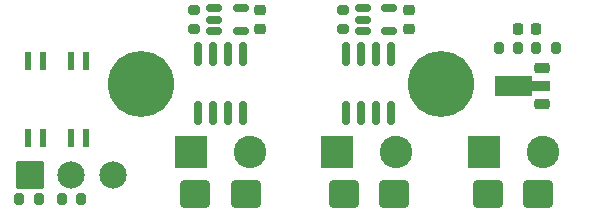
<source format=gbr>
%TF.GenerationSoftware,KiCad,Pcbnew,8.0.8*%
%TF.CreationDate,2025-03-09T17:21:17+01:00*%
%TF.ProjectId,02-PWM_switch,30322d50-574d-45f7-9377-697463682e6b,rev?*%
%TF.SameCoordinates,Original*%
%TF.FileFunction,Soldermask,Bot*%
%TF.FilePolarity,Negative*%
%FSLAX46Y46*%
G04 Gerber Fmt 4.6, Leading zero omitted, Abs format (unit mm)*
G04 Created by KiCad (PCBNEW 8.0.8) date 2025-03-09 17:21:17*
%MOMM*%
%LPD*%
G01*
G04 APERTURE LIST*
G04 Aperture macros list*
%AMRoundRect*
0 Rectangle with rounded corners*
0 $1 Rounding radius*
0 $2 $3 $4 $5 $6 $7 $8 $9 X,Y pos of 4 corners*
0 Add a 4 corners polygon primitive as box body*
4,1,4,$2,$3,$4,$5,$6,$7,$8,$9,$2,$3,0*
0 Add four circle primitives for the rounded corners*
1,1,$1+$1,$2,$3*
1,1,$1+$1,$4,$5*
1,1,$1+$1,$6,$7*
1,1,$1+$1,$8,$9*
0 Add four rect primitives between the rounded corners*
20,1,$1+$1,$2,$3,$4,$5,0*
20,1,$1+$1,$4,$5,$6,$7,0*
20,1,$1+$1,$6,$7,$8,$9,0*
20,1,$1+$1,$8,$9,$2,$3,0*%
%AMFreePoly0*
4,1,9,3.862500,-0.866500,0.737500,-0.866500,0.737500,-0.450000,-0.737500,-0.450000,-0.737500,0.450000,0.737500,0.450000,0.737500,0.866500,3.862500,0.866500,3.862500,-0.866500,3.862500,-0.866500,$1*%
G04 Aperture macros list end*
%ADD10RoundRect,0.102000X-1.275000X-1.275000X1.275000X-1.275000X1.275000X1.275000X-1.275000X1.275000X0*%
%ADD11C,2.754000*%
%ADD12RoundRect,0.150000X-0.512500X-0.150000X0.512500X-0.150000X0.512500X0.150000X-0.512500X0.150000X0*%
%ADD13RoundRect,0.137500X0.137500X-0.662500X0.137500X0.662500X-0.137500X0.662500X-0.137500X-0.662500X0*%
%ADD14RoundRect,0.200000X-0.275000X0.200000X-0.275000X-0.200000X0.275000X-0.200000X0.275000X0.200000X0*%
%ADD15RoundRect,0.200000X-0.200000X-0.275000X0.200000X-0.275000X0.200000X0.275000X-0.200000X0.275000X0*%
%ADD16RoundRect,0.150000X-0.150000X0.825000X-0.150000X-0.825000X0.150000X-0.825000X0.150000X0.825000X0*%
%ADD17RoundRect,0.102000X-1.050000X-1.050000X1.050000X-1.050000X1.050000X1.050000X-1.050000X1.050000X0*%
%ADD18C,2.304000*%
%ADD19RoundRect,0.250000X1.000000X0.900000X-1.000000X0.900000X-1.000000X-0.900000X1.000000X-0.900000X0*%
%ADD20RoundRect,0.225000X0.250000X-0.225000X0.250000X0.225000X-0.250000X0.225000X-0.250000X-0.225000X0*%
%ADD21RoundRect,0.225000X0.425000X0.225000X-0.425000X0.225000X-0.425000X-0.225000X0.425000X-0.225000X0*%
%ADD22FreePoly0,180.000000*%
%ADD23RoundRect,0.225000X0.225000X0.250000X-0.225000X0.250000X-0.225000X-0.250000X0.225000X-0.250000X0*%
%ADD24C,5.600000*%
G04 APERTURE END LIST*
D10*
%TO.C,J3*%
X182000000Y-132700000D03*
D11*
X187000000Y-132700000D03*
%TD*%
D12*
%TO.C,U4*%
X183962500Y-122449999D03*
X183962500Y-121500000D03*
X183962500Y-120550001D03*
X186237500Y-120550001D03*
X186237500Y-122449999D03*
%TD*%
D13*
%TO.C,U1*%
X169535000Y-131550000D03*
X168265000Y-131550000D03*
X168265000Y-125050000D03*
X169535000Y-125050000D03*
%TD*%
D14*
%TO.C,R3*%
X182300000Y-120675000D03*
X182300000Y-122325000D03*
%TD*%
D15*
%TO.C,R1*%
X167475000Y-136700000D03*
X169125000Y-136700000D03*
%TD*%
D16*
%TO.C,Q1*%
X182595000Y-124425000D03*
X183865000Y-124425000D03*
X185135000Y-124425000D03*
X186405000Y-124425000D03*
X186405000Y-129375000D03*
X185135000Y-129375000D03*
X183865000Y-129375000D03*
X182595000Y-129375000D03*
%TD*%
D17*
%TO.C,J2*%
X168397500Y-134700000D03*
D18*
X171897500Y-134700000D03*
X175397500Y-134700000D03*
%TD*%
D19*
%TO.C,D2*%
X186650000Y-136237500D03*
X182350000Y-136237500D03*
%TD*%
D20*
%TO.C,C2*%
X187900000Y-122275000D03*
X187900000Y-120725000D03*
%TD*%
D10*
%TO.C,J4*%
X194400000Y-132700000D03*
D11*
X199400000Y-132700000D03*
%TD*%
D10*
%TO.C,J1*%
X206800000Y-132700000D03*
D11*
X211800000Y-132700000D03*
%TD*%
D12*
%TO.C,U5*%
X196562500Y-122449999D03*
X196562500Y-121500000D03*
X196562500Y-120550001D03*
X198837500Y-120550001D03*
X198837500Y-122449999D03*
%TD*%
D13*
%TO.C,U2*%
X173135000Y-131550000D03*
X171865000Y-131550000D03*
X171865000Y-125050000D03*
X173135000Y-125050000D03*
%TD*%
D14*
%TO.C,R4*%
X194900000Y-120675000D03*
X194900000Y-122325000D03*
%TD*%
D15*
%TO.C,R2*%
X171075000Y-136700000D03*
X172725000Y-136700000D03*
%TD*%
D16*
%TO.C,Q2*%
X195195000Y-124425000D03*
X196465000Y-124425000D03*
X197735000Y-124425000D03*
X199005000Y-124425000D03*
X199005000Y-129375000D03*
X197735000Y-129375000D03*
X196465000Y-129375000D03*
X195195000Y-129375000D03*
%TD*%
D19*
%TO.C,D3*%
X194950000Y-136300000D03*
X199250000Y-136300000D03*
%TD*%
%TO.C,D1*%
X207150000Y-136300000D03*
X211450000Y-136300000D03*
%TD*%
D20*
%TO.C,C3*%
X200500000Y-122275000D03*
X200500000Y-120725000D03*
%TD*%
D15*
%TO.C,R6*%
X209725000Y-123900000D03*
X208075000Y-123900000D03*
%TD*%
D21*
%TO.C,U3*%
X211750000Y-125637500D03*
D22*
X211662500Y-127137500D03*
D21*
X211750000Y-128637500D03*
%TD*%
D23*
%TO.C,C1*%
X209725000Y-122300000D03*
X211275000Y-122300000D03*
%TD*%
D24*
%TO.C,H4*%
X203200000Y-127000000D03*
%TD*%
%TO.C,H2*%
X177800000Y-127000000D03*
%TD*%
D15*
%TO.C,R5*%
X212925000Y-123900000D03*
X211275000Y-123900000D03*
%TD*%
M02*

</source>
